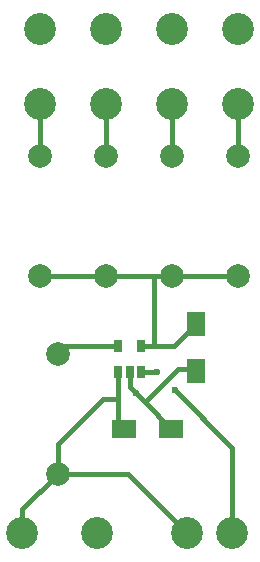
<source format=gtl>
G04 #@! TF.FileFunction,Copper,L1,Top,Signal*
%FSLAX46Y46*%
G04 Gerber Fmt 4.6, Leading zero omitted, Abs format (unit mm)*
G04 Created by KiCad (PCBNEW 4.0.2-stable) date Tue 26 Jul 2016 12:19:11 AM CEST*
%MOMM*%
G01*
G04 APERTURE LIST*
%ADD10C,0.100000*%
%ADD11R,1.600000X2.000000*%
%ADD12R,2.000000X1.600000*%
%ADD13C,1.998980*%
%ADD14R,0.650000X1.060000*%
%ADD15C,2.700000*%
%ADD16C,0.600000*%
%ADD17C,0.400000*%
G04 APERTURE END LIST*
D10*
D11*
X170704000Y-118332000D03*
X170704000Y-122332000D03*
D12*
X164640000Y-127190000D03*
X168640000Y-127190000D03*
D13*
X159020000Y-120840000D03*
X159020000Y-131000000D03*
X174244000Y-104140000D03*
X174244000Y-114300000D03*
X157480000Y-104140000D03*
X157480000Y-114300000D03*
X163068000Y-104140000D03*
X163068000Y-114300000D03*
X168656000Y-104140000D03*
X168656000Y-114300000D03*
D14*
X164150000Y-122400000D03*
X165100000Y-122400000D03*
X166050000Y-122400000D03*
X166050000Y-120200000D03*
X164150000Y-120200000D03*
D15*
X170000000Y-136000000D03*
X173810000Y-136000000D03*
X168656000Y-93345000D03*
X168656000Y-99695000D03*
X163068000Y-93345000D03*
X163068000Y-99695000D03*
X157480000Y-93345000D03*
X157480000Y-99695000D03*
X174244000Y-93345000D03*
X174244000Y-99695000D03*
X156000000Y-136000000D03*
X162350000Y-136000000D03*
D16*
X165632000Y-124182000D03*
X168910000Y-123952000D03*
X167386000Y-122428000D03*
D17*
X159020000Y-131000000D02*
X165000000Y-131000000D01*
X165000000Y-131000000D02*
X170000000Y-136000000D01*
X156000000Y-136000000D02*
X156000000Y-134020000D01*
X156000000Y-134020000D02*
X159020000Y-131000000D01*
X164150000Y-124650000D02*
X162830000Y-124650000D01*
X159020000Y-128460000D02*
X159020000Y-131000000D01*
X162830000Y-124650000D02*
X159020000Y-128460000D01*
X164150000Y-122400000D02*
X164150000Y-124650000D01*
X164150000Y-124650000D02*
X164150000Y-124650000D01*
X164150000Y-124650000D02*
X164150000Y-126700000D01*
X164150000Y-126700000D02*
X164640000Y-127190000D01*
X166370000Y-124920000D02*
X169180000Y-122110000D01*
X169180000Y-122110000D02*
X170482000Y-122110000D01*
X165100000Y-122400000D02*
X165100000Y-123650000D01*
X165100000Y-123650000D02*
X165632000Y-124182000D01*
X165632000Y-124182000D02*
X166370000Y-124920000D01*
X166370000Y-124920000D02*
X168640000Y-127190000D01*
X167132000Y-120200000D02*
X167132000Y-114300000D01*
X157480000Y-114300000D02*
X163068000Y-114300000D01*
X163068000Y-114300000D02*
X167132000Y-114300000D01*
X167132000Y-114300000D02*
X168656000Y-114300000D01*
X168656000Y-114300000D02*
X174244000Y-114300000D01*
X166050000Y-120200000D02*
X167132000Y-120200000D01*
X167132000Y-120200000D02*
X168836000Y-120200000D01*
X168836000Y-120200000D02*
X170704000Y-118332000D01*
X174244000Y-99695000D02*
X174244000Y-104140000D01*
X157480000Y-99695000D02*
X157480000Y-104140000D01*
X163068000Y-99695000D02*
X163068000Y-104140000D01*
X168656000Y-99695000D02*
X168656000Y-104140000D01*
X164150000Y-120200000D02*
X159660000Y-120200000D01*
X159660000Y-120200000D02*
X159020000Y-120840000D01*
X166050000Y-122400000D02*
X167358000Y-122400000D01*
X173810000Y-128852000D02*
X173810000Y-136000000D01*
X168910000Y-123952000D02*
X173810000Y-128852000D01*
X167358000Y-122400000D02*
X167386000Y-122428000D01*
M02*

</source>
